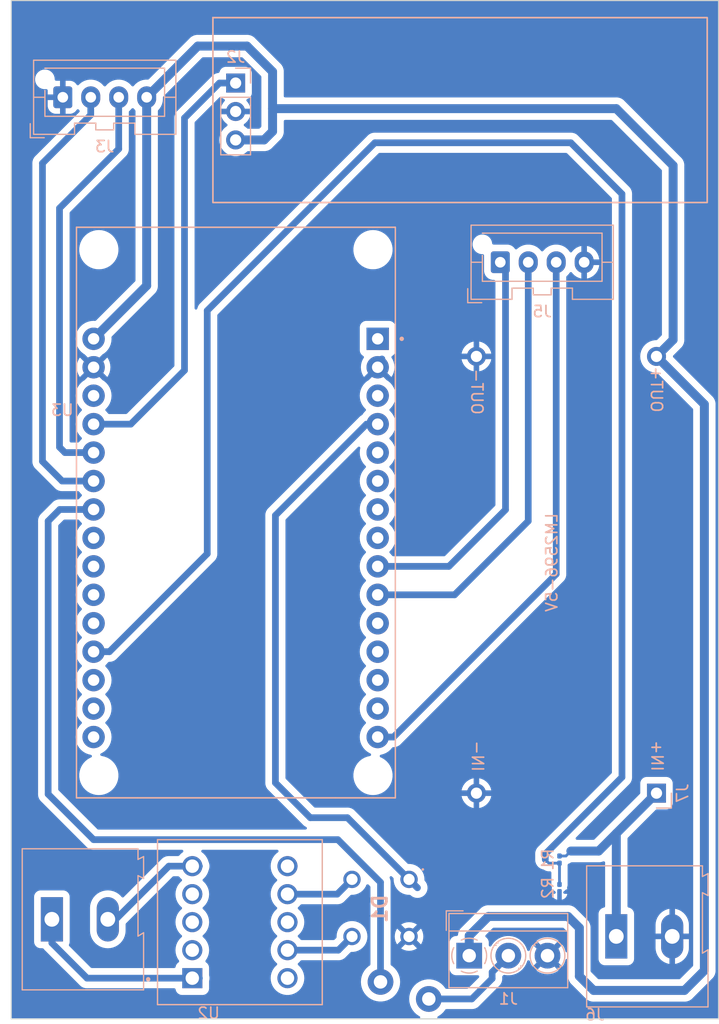
<source format=kicad_pcb>
(kicad_pcb (version 20221018) (generator pcbnew)
  (layers (0 "F.Cu" signal) (31 "B.Cu" signal) (34 "B.Paste" user) (35 "F.Paste" user) (36 "B.SilkS" user "B.Silkscreen") (37 "F.SilkS" user "F.Silkscreen") (38 "B.Mask" user) (39 "F.Mask" user) (44 "Edge.Cuts" user))
  (net 0 "")
  (net 1 "MCP9700 - DATA")
  (net 2 "GND")
  (net 3 "RELAY")
  (net 4 "SCL")
  (net 5 "SDA")
  (net 6 "Push button - UP")
  (net 7 "Push button- ENTER")
  (net 8 "Push button - DOWN")
  (net 9 "Net-(J4-Pin_1)")
  (net 13 "Net-(J4-Pin_2)")
  (net 15 "Net-(D1-Pad4)")
  (net 17 "Net-(D1-Pad3)")
  (net 21 "MAINS Monitoring")
  (net 27 "+5V")
  (net 34 "+BATT")
  (net 35 "Net-(U3-D34)")
  (footprint "" (layer "F.Cu") (at 140.208 145.542)
    (fp_text reference "" (at 0 0) (layer "F.SilkS") (effects (font (size 1.27 1.27))))
    (fp_text value "" (at 0 0) (layer "F.SilkS") (effects (font (size 1.27 1.27))))
    (pad "2" thru_hole circle (at 0 0) (size 2.3 2.3) (drill 1.2) (layers "*.Cu" "*.Mask") (net 1 "MCP9700 - DATA"))
  )
  (footprint "" (layer "F.Cu") (at 144.526 147.066)
    (fp_text reference "" (at 0 0) (layer "F.SilkS") (effects (font (size 1.27 1.27))))
    (fp_text value "" (at 0 0) (layer "F.SilkS") (effects (font (size 1.27 1.27))))
    (pad "2" thru_hole circle (at 0 0) (size 2.3 2.3) (drill 1.2) (layers "*.Cu" "*.Mask") (net 1 "MCP9700 - DATA"))
  )
  (footprint "LM2596:LM2596" (layer "B.Cu") (at 164.8841 128.6891 90)
    (fp_text reference "J7" (at 0 2.33 90) (layer "B.SilkS") (effects (justify mirror)))
    (fp_text value "LM2596-5V" (at 20.5994 -9.3658 90) (layer "B.SilkS") (effects (justify mirror)))
    (fp_text user "OUT-" (at 33.7058 -16.637 270 unlocked) (layer "B.SilkS") (effects (justify left bottom mirror)))
    (fp_text user "OUT+" (at 33.909 -0.5842 270 unlocked) (layer "B.SilkS") (effects (justify left bottom mirror)))
    (fp_text user "IN-" (at 1.8288 -16.5862 270 unlocked) (layer "B.SilkS") (effects (justify left bottom mirror)))
    (fp_text user "IN+" (at 1.8542 -0.5334 270 unlocked) (layer "B.SilkS") (effects (justify left bottom mirror)))
    (fp_line (start -1.33 0) (end -1.33 1.33) (stroke (width 0.12)) (layer "B.SilkS"))
    (fp_line (start -1.33 1.33) (end 0 1.33) (stroke (width 0.12)) (layer "B.SilkS"))
    (pad "1" thru_hole rect (at 0 0 90) (size 1.7 1.7) (drill 1) (layers "*.Cu" "*.Mask") (net 34 "+BATT"))
    (pad "2" thru_hole oval (at 0 -16.1 90) (size 1.7 1.7) (drill 1) (layers "*.Cu" "*.Mask") (net 2 "GND"))
    (pad "3" thru_hole oval (at 39 0 90) (size 1.7 1.7) (drill 1) (layers "*.Cu" "*.Mask") (net 27 "+5V"))
    (pad "4" thru_hole oval (at 39 -16.1 90) (size 1.7 1.7) (drill 1) (layers "*.Cu" "*.Mask") (net 2 "GND"))
  )
  (footprint "Connector_JST:JST_XA_B04B-XASK-1-A_1x04_P2.50mm_Vertical" (layer "B.Cu") (at 150.916 81.28)
    (fp_text reference "J5" (at 3.75 4.4) (layer "B.SilkS") (effects (justify mirror)))
    (fp_text value "BUTTONS")
    (fp_line (start -2.91 3.61) (end -2.91 2.36) (stroke (width 0.12)) (layer "B.SilkS"))
    (fp_line (start -2.61 -3.31) (end 10.11 -3.31) (stroke (width 0.12)) (layer "B.SilkS"))
    (fp_line (start -2.61 0) (end -1.6 0) (stroke (width 0.12)) (layer "B.SilkS"))
    (fp_line (start -2.61 3.31) (end -2.61 -3.31) (stroke (width 0.12)) (layer "B.SilkS"))
    (fp_line (start -1.66 3.61) (end -2.91 3.61) (stroke (width 0.12)) (layer "B.SilkS"))
    (fp_line (start -1.6 -0.6) (end -1.6 1.7) (stroke (width 0.12)) (layer "B.SilkS"))
    (fp_line (start -1.6 1.7) (end 9.1 1.7) (stroke (width 0.12)) (layer "B.SilkS"))
    (fp_line (start 1.05 2.31) (end 1.05 3.31) (stroke (width 0.12)) (layer "B.SilkS"))
    (fp_line (start 1.05 3.31) (end -2.61 3.31) (stroke (width 0.12)) (layer "B.SilkS"))
    (fp_line (start 2.95 2.31) (end 1.05 2.31) (stroke (width 0.12)) (layer "B.SilkS"))
    (fp_line (start 2.95 2.91) (end 2.95 2.31) (stroke (width 0.12)) (layer "B.SilkS"))
    (fp_line (start 4.55 2.31) (end 4.55 2.91) (stroke (width 0.12)) (layer "B.SilkS"))
    (fp_line (start 4.55 2.91) (end 2.95 2.91) (stroke (width 0.12)) (layer "B.SilkS"))
    (fp_line (start 6.45 2.31) (end 4.55 2.31) (stroke (width 0.12)) (layer "B.SilkS"))
    (fp_line (start 6.45 3.31) (end 6.45 2.31) (stroke (width 0.12)) (layer "B.SilkS"))
    (fp_line (start 9.1 -2.6) (end -1.6 -2.6) (stroke (width 0.12)) (layer "B.SilkS"))
    (fp_line (start 9.1 1.7) (end 9.1 -2.6) (stroke (width 0.12)) (layer "B.SilkS"))
    (fp_line (start 10.11 -3.31) (end 10.11 3.31) (stroke (width 0.12)) (layer "B.SilkS"))
    (fp_line (start 10.11 0) (end 9.1 0) (stroke (width 0.12)) (layer "B.SilkS"))
    (fp_line (start 10.11 3.31) (end 6.45 3.31) (stroke (width 0.12)) (layer "B.SilkS"))
    (pad "" np_thru_hole circle (at -1.6 -1.6) (size 1.25 1.25) (drill 1.25) (layers "*.Cu" "*.Mask"))
    (pad "1" thru_hole roundrect (at 0 0) (size 1.7 1.95) (drill 0.95) (layers "*.Cu" "*.Mask") (roundrect_rratio 0.147059) (net 8 "Push button - DOWN"))
    (pad "2" thru_hole oval (at 2.5 0) (size 1.7 1.95) (drill 0.95) (layers "*.Cu" "*.Mask") (net 7 "Push button- ENTER"))
    (pad "3" thru_hole oval (at 5 0) (size 1.7 1.95) (drill 0.95) (layers "*.Cu" "*.Mask") (net 6 "Push button - UP"))
    (pad "4" thru_hole oval (at 7.5 0) (size 1.7 1.95) (drill 0.95) (layers "*.Cu" "*.Mask") (net 2 "GND"))
  )
  (footprint "TerminalBlock:TerminalBlock_Altech_AK300-2_P5.00mm" (layer "B.Cu") (at 161.29 141.478)
    (fp_text reference "J6" (at -1.92 6.99) (layer "B.SilkS") (effects (justify mirror)))
    (fp_text value "battery(+60V)")
    (fp_line (start -2.65 -6.3) (end 7.7 -6.3) (stroke (width 0.12)) (layer "B.SilkS"))
    (fp_line (start -2.65 6.3) (end -2.65 -6.3) (stroke (width 0.12)) (layer "B.SilkS"))
    (fp_line (start 7.7 -6.3) (end 7.7 -5.35) (stroke (width 0.12)) (layer "B.SilkS"))
    (fp_line (start 7.7 -5.35) (end 8.2 -5.6) (stroke (width 0.12)) (layer "B.SilkS"))
    (fp_line (start 7.7 -3.9) (end 7.7 1.5) (stroke (width 0.12)) (layer "B.SilkS"))
    (fp_line (start 7.7 1.5) (end 8.2 1.2) (stroke (width 0.12)) (layer "B.SilkS"))
    (fp_line (start 8.2 -5.6) (end 8.2 -3.7) (stroke (width 0.12)) (layer "B.SilkS"))
    (fp_line (start 8.2 -3.7) (end 8.2 -3.65) (stroke (width 0.12)) (layer "B.SilkS"))
    (fp_line (start 8.2 -3.65) (end 7.7 -3.9) (stroke (width 0.12)) (layer "B.SilkS"))
    (fp_line (start 8.2 1.2) (end 8.2 6.3) (stroke (width 0.12)) (layer "B.SilkS"))
    (fp_line (start 8.2 6.3) (end -2.65 6.3) (stroke (width 0.12)) (layer "B.SilkS"))
    (pad "1" thru_hole rect (at 0 0) (size 1.98 3.96) (drill 1.32) (layers "*.Cu" "*.Mask") (net 34 "+BATT"))
    (pad "2" thru_hole oval (at 5 0) (size 1.98 3.96) (drill 1.32) (layers "*.Cu" "*.Mask") (net 2 "GND"))
  )
  (footprint "EE13_6_6 (2):BOBBIN_EE13_6_6" (layer "B.Cu") (at 127.634 140.208)
    (fp_text reference "U2" (at -2.794 8.128) (layer "B.SilkS") (effects (justify mirror)))
    (fp_text value "EE13_6_6")
    (fp_line (start -7.365 -7.365) (end -7.365 7.365) (stroke (width 0.127)) (layer "B.SilkS"))
    (fp_line (start -7.365 7.365) (end 7.365 7.365) (stroke (width 0.127)) (layer "B.SilkS"))
    (fp_line (start 7.365 -7.365) (end -7.365 -7.365) (stroke (width 0.127)) (layer "B.SilkS"))
    (fp_line (start 7.365 7.365) (end 7.365 -7.365) (stroke (width 0.127)) (layer "B.SilkS"))
    (fp_circle (center -8.2 5.1) (end -8.1 5.1) (stroke (width 0.2)) (fill none) (layer "B.SilkS"))
    (pad "1" thru_hole rect (at -4.255 5) (size 1.8 1.8) (drill 1.2) (layers "*.Cu" "*.Mask") (net 9 "Net-(J4-Pin_1)"))
    (pad "2" thru_hole circle (at -4.255 2.5) (size 1.8 1.8) (drill 1.2) (layers "*.Cu" "*.Mask"))
    (pad "3" thru_hole circle (at -4.255 0) (size 1.8 1.8) (drill 1.2) (layers "*.Cu" "*.Mask"))
    (pad "4" thru_hole circle (at -4.255 -2.5) (size 1.8 1.8) (drill 1.2) (layers "*.Cu" "*.Mask"))
    (pad "5" thru_hole circle (at -4.255 -5) (size 1.8 1.8) (drill 1.2) (layers "*.Cu" "*.Mask") (net 13 "Net-(J4-Pin_2)"))
    (pad "6" thru_hole circle (at 4.255 -5) (size 1.8 1.8) (drill 1.2) (layers "*.Cu" "*.Mask"))
    (pad "7" thru_hole circle (at 4.255 -2.5) (size 1.8 1.8) (drill 1.2) (layers "*.Cu" "*.Mask") (net 15 "Net-(D1-Pad4)"))
    (pad "8" thru_hole circle (at 4.255 0) (size 1.8 1.8) (drill 1.2) (layers "*.Cu" "*.Mask"))
    (pad "9" thru_hole circle (at 4.255 2.5) (size 1.8 1.8) (drill 1.2) (layers "*.Cu" "*.Mask") (net 17 "Net-(D1-Pad3)"))
    (pad "10" thru_hole circle (at 4.255 5) (size 1.8 1.8) (drill 1.2) (layers "*.Cu" "*.Mask"))
  )
  (footprint "Connector_JST:JST_XA_B04B-XASK-1-A_1x04_P2.50mm_Vertical" (layer "B.Cu") (at 111.8 66.548)
    (fp_text reference "J3" (at 3.75 4.4) (layer "B.SilkS") (effects (justify mirror)))
    (fp_text value "LCD")
    (fp_line (start -2.91 3.61) (end -2.91 2.36) (stroke (width 0.12)) (layer "B.SilkS"))
    (fp_line (start -2.61 -3.31) (end 10.11 -3.31) (stroke (width 0.12)) (layer "B.SilkS"))
    (fp_line (start -2.61 0) (end -1.6 0) (stroke (width 0.12)) (layer "B.SilkS"))
    (fp_line (start -2.61 3.31) (end -2.61 -3.31) (stroke (width 0.12)) (layer "B.SilkS"))
    (fp_line (start -1.66 3.61) (end -2.91 3.61) (stroke (width 0.12)) (layer "B.SilkS"))
    (fp_line (start -1.6 -0.6) (end -1.6 1.7) (stroke (width 0.12)) (layer "B.SilkS"))
    (fp_line (start -1.6 1.7) (end 9.1 1.7) (stroke (width 0.12)) (layer "B.SilkS"))
    (fp_line (start 1.05 2.31) (end 1.05 3.31) (stroke (width 0.12)) (layer "B.SilkS"))
    (fp_line (start 1.05 3.31) (end -2.61 3.31) (stroke (width 0.12)) (layer "B.SilkS"))
    (fp_line (start 2.95 2.31) (end 1.05 2.31) (stroke (width 0.12)) (layer "B.SilkS"))
    (fp_line (start 2.95 2.91) (end 2.95 2.31) (stroke (width 0.12)) (layer "B.SilkS"))
    (fp_line (start 4.55 2.31) (end 4.55 2.91) (stroke (width 0.12)) (layer "B.SilkS"))
    (fp_line (start 4.55 2.91) (end 2.95 2.91) (stroke (width 0.12)) (layer "B.SilkS"))
    (fp_line (start 6.45 2.31) (end 4.55 2.31) (stroke (width 0.12)) (layer "B.SilkS"))
    (fp_line (start 6.45 3.31) (end 6.45 2.31) (stroke (width 0.12)) (layer "B.SilkS"))
    (fp_line (start 9.1 -2.6) (end -1.6 -2.6) (stroke (width 0.12)) (layer "B.SilkS"))
    (fp_line (start 9.1 1.7) (end 9.1 -2.6) (stroke (width 0.12)) (layer "B.SilkS"))
    (fp_line (start 10.11 -3.31) (end 10.11 3.31) (stroke (width 0.12)) (layer "B.SilkS"))
    (fp_line (start 10.11 0) (end 9.1 0) (stroke (width 0.12)) (layer "B.SilkS"))
    (fp_line (start 10.11 3.31) (end 6.45 3.31) (stroke (width 0.12)) (layer "B.SilkS"))
    (pad "" np_thru_hole circle (at -1.6 -1.6) (size 1.25 1.25) (drill 1.25) (layers "*.Cu" "*.Mask"))
    (pad "1" thru_hole roundrect (at 0 0) (size 1.7 1.95) (drill 0.95) (layers "*.Cu" "*.Mask") (roundrect_rratio 0.147059) (net 2 "GND"))
    (pad "2" thru_hole oval (at 2.5 0) (size 1.7 1.95) (drill 0.95) (layers "*.Cu" "*.Mask") (net 4 "SCL"))
    (pad "3" thru_hole oval (at 5 0) (size 1.7 1.95) (drill 0.95) (layers "*.Cu" "*.Mask") (net 5 "SDA"))
    (pad "4" thru_hole oval (at 7.5 0) (size 1.7 1.95) (drill 0.95) (layers "*.Cu" "*.Mask") (net 27 "+5V"))
  )
  (footprint "Resistor_SMD:R_0201_0603Metric" (layer "B.Cu") (at 156.21 134.62 -90)
    (fp_text reference "R1" (at 0 1.05 90) (layer "B.SilkS") (effects (justify mirror)))
    (fp_text value "57")
    (pad "1" smd roundrect (at -0.32 0 270) (size 0.46 0.4) (layers "B.Cu" "B.Mask") (net 34 "+BATT"))
    (pad "2" smd roundrect (at 0.32 0 270) (size 0.46 0.4) (layers "B.Cu" "B.Mask") (net 35 "Net-(U3-D34)"))
  )
  (footprint "TerminalBlock:TerminalBlock_Altech_AK300-2_P5.00mm" (layer "B.Cu") (at 110.824 139.954)
    (fp_text reference "J4" hide)
    (fp_text value "AC SUPPLY ")
    (fp_line (start -2.65 -6.3) (end 7.7 -6.3) (stroke (width 0.12)) (layer "B.SilkS"))
    (fp_line (start -2.65 6.3) (end -2.65 -6.3) (stroke (width 0.12)) (layer "B.SilkS"))
    (fp_line (start 7.7 -6.3) (end 7.7 -5.35) (stroke (width 0.12)) (layer "B.SilkS"))
    (fp_line (start 7.7 -5.35) (end 8.2 -5.6) (stroke (width 0.12)) (layer "B.SilkS"))
    (fp_line (start 7.7 -3.9) (end 7.7 1.5) (stroke (width 0.12)) (layer "B.SilkS"))
    (fp_line (start 7.7 1.5) (end 8.2 1.2) (stroke (width 0.12)) (layer "B.SilkS"))
    (fp_line (start 8.2 -5.6) (end 8.2 -3.7) (stroke (width 0.12)) (layer "B.SilkS"))
    (fp_line (start 8.2 -3.7) (end 8.2 -3.65) (stroke (width 0.12)) (layer "B.SilkS"))
    (fp_line (start 8.2 -3.65) (end 7.7 -3.9) (stroke (width 0.12)) (layer "B.SilkS"))
    (fp_line (start 8.2 1.2) (end 8.2 6.3) (stroke (width 0.12)) (layer "B.SilkS"))
    (fp_line (start 8.2 6.3) (end -2.65 6.3) (stroke (width 0.12)) (layer "B.SilkS"))
    (pad "1" thru_hole rect (at 0 0) (size 1.98 3.96) (drill 1.32) (layers "*.Cu" "*.Mask") (net 9 "Net-(J4-Pin_1)"))
    (pad "2" thru_hole oval (at 5 0) (size 1.98 3.96) (drill 1.32) (layers "*.Cu" "*.Mask") (net 13 "Net-(J4-Pin_2)"))
  )
  (footprint "D_Bridge:WOM" (layer "B.Cu") (at 140.208 138.938 -90)
    (fp_text reference "D1" (at 0.071 0.05359 90) (layer "B.SilkS") (effects (font (size 1.27 1.27) (thickness 0.254)) (justify mirror)))
    (fp_text value "D_Bridge_+-AA" hide)
    (fp_circle (center -3.437 -3.786) (end -3.437 -3.802) (stroke (width 0.1)) (fill none) (layer "B.SilkS"))
    (pad "1" thru_hole circle (at -2.55 -2.55 270) (size 1.55 1.55) (drill 1) (layers "*.Cu" "*.Mask") (net 21 "MAINS Monitoring"))
    (pad "2" thru_hole circle (at 2.55 -2.55 270) (size 1.55 1.55) (drill 1) (layers "*.Cu" "*.Mask") (net 2 "GND"))
    (pad "3" thru_hole circle (at 2.55 2.55 270) (size 1.55 1.55) (drill 1) (layers "*.Cu" "*.Mask") (net 17 "Net-(D1-Pad3)"))
    (pad "4" thru_hole circle (at -2.55 2.55 270) (size 1.55 1.55) (drill 1) (layers "*.Cu" "*.Mask") (net 15 "Net-(D1-Pad4)"))
  )
  (footprint "TerminalBlock_MetzConnect:TerminalBlock_MetzConnect_Type059_RT06303HBWC_1x03_P3.50mm_Horizontal" (layer "B.Cu") (at 148.138 143.198)
    (fp_text reference "J1" (at 3.5 3.86) (layer "B.SilkS") (effects (justify mirror)))
    (fp_text value "MCP9700")
    (fp_line (start -2.05 -4) (end -0.55 -4) (stroke (width 0.12)) (layer "B.SilkS"))
    (fp_line (start -2.05 -2.26) (end -2.05 -4) (stroke (width 0.12)) (layer "B.SilkS"))
    (fp_line (start -1.81 -3.76) (end 8.81 -3.76) (stroke (width 0.12)) (layer "B.SilkS"))
    (fp_line (start -1.81 -2.2) (end 8.81 -2.2) (stroke (width 0.12)) (layer "B.SilkS"))
    (fp_line (start -1.81 2.86) (end -1.81 -3.76) (stroke (width 0.12)) (layer "B.SilkS"))
    (fp_line (start -1.81 2.86) (end 8.81 2.86) (stroke (width 0.12)) (layer "B.SilkS"))
    (fp_line (start 2.397 -0.914) (end 2.321 -0.99) (stroke (width 0.12)) (layer "B.SilkS"))
    (fp_line (start 2.565 -1.125) (end 2.511 -1.18) (stroke (width 0.12)) (layer "B.SilkS"))
    (fp_line (start 4.49 1.18) (end 4.436 1.126) (stroke (width 0.12)) (layer "B.SilkS"))
    (fp_line (start 4.68 0.99) (end 4.604 0.914) (stroke (width 0.12)) (layer "B.SilkS"))
    (fp_line (start 5.897 -0.914) (end 5.821 -0.99) (stroke (width 0.12)) (layer "B.SilkS"))
    (fp_line (start 6.065 -1.125) (end 6.011 -1.18) (stroke (width 0.12)) (layer "B.SilkS"))
    (fp_line (start 7.99 1.18) (end 7.936 1.126) (stroke (width 0.12)) (layer "B.SilkS"))
    (fp_line (start 8.18 0.99) (end 8.104 0.914) (stroke (width 0.12)) (layer "B.SilkS"))
    (fp_line (start 8.81 2.86) (end 8.81 -3.76) (stroke (width 0.12)) (layer "B.SilkS"))
    (fp_arc (start -1.386 0.707) (mid -1.555906 0.000711) (end -1.386645 -0.705733) (stroke (width 0.12)) (layer "B.SilkS"))
    (fp_arc (start -0.707 -1.386) (mid -0.350695 -1.515869) (end 0.026444 -1.555682) (stroke (width 0.12)) (layer "B.SilkS"))
    (fp_arc (start 0 -1.555) (mid 0.363007 -1.512035) (end 0.705955 -1.385515) (stroke (width 0.12)) (layer "B.SilkS"))
    (fp_arc (start 0.707 1.386) (mid 0.000711 1.555906) (end -0.705733 1.386645) (stroke (width 0.12)) (layer "B.SilkS"))
    (fp_arc (start 1.386 -0.707) (mid 1.555906 -0.000711) (end 1.386645 0.705733) (stroke (width 0.12)) (layer "B.SilkS"))
    (fp_circle (center 3.5 0) (end 5.055 0) (stroke (width 0.12)) (fill none) (layer "B.SilkS"))
    (fp_circle (center 7 0) (end 8.555 0) (stroke (width 0.12)) (fill none) (layer "B.SilkS"))
    (pad "1" thru_hole rect (at 0 0) (size 2.3 2.3) (drill 1.2) (layers "*.Cu" "*.Mask") (net 27 "+5V"))
    (pad "2" thru_hole circle (at 3.5 0) (size 2.3 2.3) (drill 1.2) (layers "*.Cu" "*.Mask") (net 1 "MCP9700 - DATA"))
    (pad "3" thru_hole circle (at 7 0) (size 2.3 2.3) (drill 1.2) (layers "*.Cu" "*.Mask") (net 2 "GND"))
  )
  (footprint "Connector_PinHeader_2.54mm:PinHeader_1x03_P2.54mm_Vertical" (layer "B.Cu") (at 127.254 65.278 180)
    (fp_text reference "J2" (at 0 2.33) (layer "B.SilkS") (effects (justify mirror)))
    (fp_text value "RELAY_CONNECTOR")
    (fp_line (start -1.33 -6.41) (end 1.33 -6.41) (stroke (width 0.12)) (layer "B.SilkS"))
    (fp_line (start -1.33 -1.27) (end -1.33 -6.41) (stroke (width 0.12)) (layer "B.SilkS"))
    (fp_line (start -1.33 -1.27) (end 1.33 -1.27) (stroke (width 0.12)) (layer "B.SilkS"))
    (fp_line (start -1.33 0) (end -1.33 1.33) (stroke (width 0.12)) (layer "B.SilkS"))
    (fp_line (start -1.33 1.33) (end 0 1.33) (stroke (width 0.12)) (layer "B.SilkS"))
    (fp_line (start 1.33 -1.27) (end 1.33 -6.41) (stroke (width 0.12)) (layer "B.SilkS"))
    (pad "1" thru_hole rect (at 0 0 180) (size 1.7 1.7) (drill 1) (layers "*.Cu" "*.Mask") (net 3 "RELAY"))
    (pad "2" thru_hole oval (at 0 -2.54 180) (size 1.7 1.7) (drill 1) (layers "*.Cu" "*.Mask") (net 2 "GND"))
    (pad "3" thru_hole oval (at 0 -5.08 180) (size 1.7 1.7) (drill 1) (layers "*.Cu" "*.Mask") (net 27 "+5V"))
  )
  (footprint "Resistor_SMD:R_0201_0603Metric" (layer "B.Cu") (at 156.21 137.16 -90)
    (fp_text reference "R2" (at 0 1.05 90) (layer "B.SilkS") (effects (justify mirror)))
    (fp_text value "3.3")
    (pad "1" smd roundrect (at -0.32 0 270) (size 0.46 0.4) (layers "B.Cu" "B.Mask") (net 35 "Net-(U3-D34)"))
    (pad "2" smd roundrect (at 0.32 0 270) (size 0.46 0.4) (layers "B.Cu" "B.Mask") (net 2 "GND"))
  )
  (footprint "ESP32-DEVKIT-V1:MODULE_ESP32_DEVKIT_V1" (layer "B.Cu") (at 127.254 103.632 180)
    (fp_text reference "U3" (at 15.494 9.144) (layer "B.SilkS") (effects (justify mirror)))
    (fp_text value "ESP32-DEVKIT-V1" hide)
    (fp_line (start -14.28 -25.475) (end -14.28 25.475) (stroke (width 0.127)) (layer "B.SilkS"))
    (fp_line (start -14.28 -25.475) (end -14.28 25.475) (stroke (width 0.127)) (layer "B.SilkS"))
    (fp_line (start -14.28 -25.475) (end -8.91 -25.475) (stroke (width 0.127)) (layer "B.SilkS"))
    (fp_line (start -14.28 25.475) (end -3.211 25.475) (stroke (width 0.127)) (layer "B.SilkS"))
    (fp_line (start -14.28 25.475) (end 14.23 25.475) (stroke (width 0.127)) (layer "B.SilkS"))
    (fp_line (start -8.91 -25.475) (end 8.78 -25.475) (stroke (width 0.127)) (layer "B.SilkS"))
    (fp_line (start -3.211 25.475) (end 3.5 25.475) (stroke (width 0.127)) (layer "B.SilkS"))
    (fp_line (start 3.5 25.475) (end 14.23 25.475) (stroke (width 0.127)) (layer "B.SilkS"))
    (fp_line (start 8.78 -25.475) (end 14.23 -25.475) (stroke (width 0.127)) (layer "B.SilkS"))
    (fp_line (start 14.23 -25.475) (end -14.28 -25.475) (stroke (width 0.127)) (layer "B.SilkS"))
    (fp_line (start 14.23 25.475) (end 14.23 -25.475) (stroke (width 0.127)) (layer "B.SilkS"))
    (fp_line (start 14.23 25.475) (end 14.23 -25.475) (stroke (width 0.127)) (layer "B.SilkS"))
    (fp_circle (center -14.85 15.515) (end -14.75 15.515) (stroke (width 0.2)) (fill none) (layer "B.SilkS"))
    (pad "" np_thru_hole circle (at -12.28 -23.475 180) (size 3 3) (drill 3) (layers "*.Cu" "*.Mask"))
    (pad "" np_thru_hole circle (at -12.28 23.475 180) (size 3 3) (drill 3) (layers "*.Cu" "*.Mask"))
    (pad "" np_thru_hole circle (at 12.23 -23.475 180) (size 3 3) (drill 3) (layers "*.Cu" "*.Mask"))
    (pad "" np_thru_hole circle (at 12.23 23.475 180) (size 3 3) (drill 3) (layers "*.Cu" "*.Mask"))
    (pad "1" thru_hole rect (at -12.7 15.515 180) (size 2 2) (drill 1.02) (layers "*.Cu" "*.Mask"))
    (pad "2" thru_hole circle (at -12.7 12.975 180) (size 2 2) (drill 1.02) (layers "*.Cu" "*.Mask") (net 2 "GND"))
    (pad "3" thru_hole circle (at -12.7 10.435 180) (size 2 2) (drill 1.02) (layers "*.Cu" "*.Mask"))
    (pad "4" thru_hole circle (at -12.7 7.895 180) (size 2 2) (drill 1.02) (layers "*.Cu" "*.Mask") (net 21 "MAINS Monitoring"))
    (pad "5" thru_hole circle (at -12.7 5.355 180) (size 2 2) (drill 1.02) (layers "*.Cu" "*.Mask"))
    (pad "6" thru_hole circle (at -12.7 2.815 180) (size 2 2) (drill 1.02) (layers "*.Cu" "*.Mask"))
    (pad "7" thru_hole circle (at -12.7 0.275 180) (size 2 2) (drill 1.02) (layers "*.Cu" "*.Mask"))
    (pad "8" thru_hole circle (at -12.7 -2.265 180) (size 2 2) (drill 1.02) (layers "*.Cu" "*.Mask"))
    (pad "9" thru_hole circle (at -12.7 -4.805 180) (size 2 2) (drill 1.02) (layers "*.Cu" "*.Mask") (net 8 "Push button - DOWN"))
    (pad "10" thru_hole circle (at -12.7 -7.345 180) (size 2 2) (drill 1.02) (layers "*.Cu" "*.Mask") (net 7 "Push button- ENTER"))
    (pad "11" thru_hole circle (at -12.7 -9.885 180) (size 2 2) (drill 1.02) (layers "*.Cu" "*.Mask"))
    (pad "12" thru_hole circle (at -12.7 -12.425 180) (size 2 2) (drill 1.02) (layers "*.Cu" "*.Mask"))
    (pad "13" thru_hole circle (at -12.7 -14.965 180) (size 2 2) (drill 1.02) (layers "*.Cu" "*.Mask"))
    (pad "14" thru_hole circle (at -12.7 -17.505 180) (size 2 2) (drill 1.02) (layers "*.Cu" "*.Mask"))
    (pad "15" thru_hole circle (at -12.7 -20.045 180) (size 2 2) (drill 1.02) (layers "*.Cu" "*.Mask") (net 6 "Push button - UP"))
    (pad "16" thru_hole circle (at 12.7 -20.045 180) (size 2 2) (drill 1.02) (layers "*.Cu" "*.Mask"))
    (pad "17" thru_hole circle (at 12.7 -17.505 180) (size 2 2) (drill 1.02) (layers "*.Cu" "*.Mask"))
    (pad "18" thru_hole circle (at 12.7 -14.965 180) (size 2 2) (drill 1.02) (layers "*.Cu" "*.Mask"))
    (pad "19" thru_hole circle (at 12.7 -12.425 180) (size 2 2) (drill 1.02) (layers "*.Cu" "*.Mask") (net 35 "Net-(U3-D34)"))
    (pad "20" thru_hole circle (at 12.7 -9.885 180) (size 2 2) (drill 1.02) (layers "*.Cu" "*.Mask"))
    (pad "21" thru_hole circle (at 12.7 -7.345 180) (size 2 2) (drill 1.02) (layers "*.Cu" "*.Mask"))
    (pad "22" thru_hole circle (at 12.7 -4.805 180) (size 2 2) (drill 1.02) (layers "*.Cu" "*.Mask"))
    (pad "23" thru_hole circle (at 12.7 -2.265 180) (size 2 2) (drill 1.02) (layers "*.Cu" "*.Mask"))
    (pad "24" thru_hole circle (at 12.7 0.275 180) (size 2 2) (drill 1.02) (layers "*.Cu" "*.Mask") (net 1 "MCP9700 - DATA"))
    (pad "25" thru_hole circle (at 12.7 2.815 180) (size 2 2) (drill 1.02) (layers "*.Cu" "*.Mask") (net 4 "SCL"))
    (pad "26" thru_hole circle (at 12.7 5.355 180) (size 2 2) (drill 1.02) (layers "*.Cu" "*.Mask") (net 5 "SDA"))
    (pad "27" thru_hole circle (at 12.7 7.895 180) (size 2 2) (drill 1.02) (layers "*.Cu" "*.Mask") (net 3 "RELAY"))
    (pad "28" thru_hole circle (at 12.7 10.435 180) (size 2 2) (drill 1.02) (layers "*.Cu" "*.Mask"))
    (pad "29" thru_hole circle (at 12.7 12.975 180) (size 2 2) (drill 1.02) (layers "*.Cu" "*.Mask") (net 2 "GND"))
    (pad "30" thru_hole circle (at 12.7 15.515 180) (size 2 2) (drill 1.02) (layers "*.Cu" "*.Mask") (net 27 "+5V"))
  )
  (gr_rect (start 169.418 59.436) (end 125.222 75.946) (stroke (width 0.15)) (fill none) (layer "B.SilkS"))
  (gr_rect (start 107.188 57.912) (end 170.434 148.844) (stroke (width 0.1)) (fill none) (layer "Edge.Cuts"))
  (segment (start 110.49 104.394) (end 111.527 103.357) (width 0.6) (layer "B.Cu") (net 1))
  (segment (start 136.398 132.842) (end 114.554 132.842) (width 0.6) (layer "B.Cu") (net 1))
  (segment (start 140.208 136.652) (end 136.398 132.842) (width 0.6) (layer "B.Cu") (net 1))
  (segment (start 151.384 143.472) (end 150.188 144.668) (width 0.6) (layer "B.Cu") (net 1))
  (segment (start 148.37 147.066) (end 144.526 147.066) (width 0.6) (layer "B.Cu") (net 1))
  (segment (start 111.527 103.357) (end 114.554 103.357) (width 0.6) (layer "B.Cu") (net 1))
  (segment (start 140.208 146.05) (end 140.208 136.652) (width 0.6) (layer "B.Cu") (net 1))
  (segment (start 150.188 144.668) (end 150.188 145.248) (width 0.6) (layer "B.Cu") (net 1))
  (segment (start 114.554 132.842) (end 110.49 128.778) (width 0.6) (layer "B.Cu") (net 1))
  (segment (start 150.188 145.248) (end 148.37 147.066) (width 0.6) (layer "B.Cu") (net 1))
  (segment (start 110.49 128.778) (end 110.49 104.394) (width 0.6) (layer "B.Cu") (net 1))
  (segment (start 139.954 90.296) (end 139.954 90.403) (width 0.6) (layer "B.Cu") (net 2))
  (segment (start 158.496 81.534) (end 158.496 81.671701) (width 0.25) (layer "B.Cu") (net 2))
  (segment (start 140.334 89.916) (end 139.954 90.296) (width 0.6) (layer "B.Cu") (net 2))
  (segment (start 166.624 141.144) (end 166.29 141.478) (width 0.8) (layer "B.Cu") (net 2))
  (segment (start 122.682 68.4) (end 122.682 90.932) (width 0.6) (layer "B.Cu") (net 3))
  (segment (start 122.682 90.932) (end 117.877 95.737) (width 0.6) (layer "B.Cu") (net 3))
  (segment (start 117.877 95.737) (end 114.554 95.737) (width 0.6) (layer "B.Cu") (net 3))
  (segment (start 127.254 65.278) (end 125.804 65.278) (width 0.6) (layer "B.Cu") (net 3))
  (segment (start 125.804 65.278) (end 122.682 68.4) (width 0.6) (layer "B.Cu") (net 3))
  (segment (start 111.739 100.817) (end 114.554 100.817) (width 0.6) (layer "B.Cu") (net 4))
  (segment (start 114.3 66.548) (end 114.3 68.123) (width 0.6) (layer "B.Cu") (net 4))
  (segment (start 109.982 99.06) (end 111.739 100.817) (width 0.6) (layer "B.Cu") (net 4))
  (segment (start 109.982 72.441) (end 109.982 99.06) (width 0.6) (layer "B.Cu") (net 4))
  (segment (start 114.3 68.123) (end 109.982 72.441) (width 0.6) (layer "B.Cu") (net 4))
  (segment (start 111.506 76.454) (end 111.506 97.79) (width 0.6) (layer "B.Cu") (net 5))
  (segment (start 111.506 97.79) (end 111.993 98.277) (width 0.6) (layer "B.Cu") (net 5))
  (segment (start 116.8 66.548) (end 116.8 71.16) (width 0.6) (layer "B.Cu") (net 5))
  (segment (start 111.993 98.277) (end 114.554 98.277) (width 0.6) (layer "B.Cu") (net 5))
  (segment (start 116.8 71.16) (end 111.506 76.454) (width 0.6) (layer "B.Cu") (net 5))
  (segment (start 155.916 81.28) (end 155.916 109.129213) (width 0.6) (layer "B.Cu") (net 6))
  (segment (start 155.916 109.129213) (end 141.368213 123.677) (width 0.6) (layer "B.Cu") (net 6))
  (segment (start 141.368213 123.677) (end 139.954 123.677) (width 0.6) (layer "B.Cu") (net 6))
  (segment (start 153.416 104.394) (end 146.833 110.977) (width 0.6) (layer "B.Cu") (net 7))
  (segment (start 153.416 81.28) (end 153.416 104.394) (width 0.6) (layer "B.Cu") (net 7))
  (segment (start 146.833 110.977) (end 139.954 110.977) (width 0.6) (layer "B.Cu") (net 7))
  (segment (start 146.325 108.437) (end 139.954 108.437) (width 0.6) (layer "B.Cu") (net 8))
  (segment (start 151.384 81.748) (end 151.384 103.378) (width 0.6) (layer "B.Cu") (net 8))
  (segment (start 150.916 81.28) (end 151.384 81.748) (width 0.6) (layer "B.Cu") (net 8))
  (segment (start 151.384 103.378) (end 146.325 108.437) (width 0.6) (layer "B.Cu") (net 8))
  (segment (start 110.824 139.954) (end 110.824 142.066) (width 0.6) (layer "B.Cu") (net 9))
  (segment (start 113.966 145.208) (end 124.015 145.208) (width 0.6) (layer "B.Cu") (net 9))
  (segment (start 110.824 142.066) (end 113.966 145.208) (width 0.6) (layer "B.Cu") (net 9))
  (segment (start 115.824 139.954) (end 116.535 139.954) (width 0.6) (layer "B.Cu") (net 13))
  (segment (start 121.281 135.208) (end 124.015 135.208) (width 0.6) (layer "B.Cu") (net 13))
  (segment (start 116.535 139.954) (end 121.281 135.208) (width 0.6) (layer "B.Cu") (net 13))
  (segment (start 132.525 137.708) (end 136.338 137.708) (width 0.6) (layer "B.Cu") (net 15))
  (segment (start 137.658 136.388) (end 137.902 136.632) (width 0.6) (layer "B.Cu") (net 15))
  (segment (start 136.338 137.708) (end 137.658 136.388) (width 0.6) (layer "B.Cu") (net 15))
  (segment (start 132.525 142.708) (end 136.438 142.708) (width 0.6) (layer "B.Cu") (net 17))
  (segment (start 137.658 141.488) (end 137.902 141.732) (width 0.6) (layer "B.Cu") (net 17))
  (segment (start 136.438 142.708) (end 137.658 141.488) (width 0.6) (layer "B.Cu") (net 17))
  (segment (start 130.81 103.886) (end 138.959 95.737) (width 0.6) (layer "B.Cu") (net 21))
  (segment (start 130.81 127.762) (end 130.81 103.886) (width 0.6) (layer "B.Cu") (net 21))
  (segment (start 138.959 95.737) (end 139.954 95.737) (width 0.6) (layer "B.Cu") (net 21))
  (segment (start 133.928 130.88) (end 130.81 127.762) (width 0.6) (layer "B.Cu") (net 21))
  (segment (start 137.25 130.88) (end 133.928 130.88) (width 0.6) (layer "B.Cu") (net 21))
  (segment (start 143.51 137.14) (end 137.25 130.88) (width 0.6) (layer "B.Cu") (net 21))
  (segment (start 169.164 144.526) (end 167.386 146.304) (width 0.8) (layer "B.Cu") (net 27))
  (segment (start 157.988 145.034) (end 157.988 140.716) (width 0.8) (layer "B.Cu") (net 27))
  (segment (start 166.37 88.2032) (end 166.37 72.644) (width 0.8) (layer "B.Cu") (net 27))
  (segment (start 129.794 70.358) (end 127.254 70.358) (width 0.8) (layer "B.Cu") (net 27))
  (segment (start 114.554 88.117) (end 119.3 83.371) (width 0.8) (layer "B.Cu") (net 27))
  (segment (start 130.556 64.262) (end 130.556 69.596) (width 0.8) (layer "B.Cu") (net 27))
  (segment (start 166.37 72.644) (end 161.29 67.564) (width 0.8) (layer "B.Cu") (net 27))
  (segment (start 148.138 141.422) (end 148.138 143.198) (width 0.8) (layer "B.Cu") (net 27))
  (segment (start 169.164 93.969) (end 169.164 144.526) (width 0.8) (layer "B.Cu") (net 27))
  (segment (start 123.872 61.976) (end 128.27 61.976) (width 0.8) (layer "B.Cu") (net 27))
  (segment (start 130.556 69.596) (end 129.794 70.358) (width 0.8) (layer "B.Cu") (net 27))
  (segment (start 164.8841 89.6891) (end 169.164 93.969) (width 0.8) (layer "B.Cu") (net 27))
  (segment (start 128.27 61.976) (end 130.556 64.262) (width 0.8) (layer "B.Cu") (net 27))
  (segment (start 157.988 140.716) (end 156.972 139.7) (width 0.8) (layer "B.Cu") (net 27))
  (segment (start 149.86 139.7) (end 148.138 141.422) (width 0.8) (layer "B.Cu") (net 27))
  (segment (start 164.8841 89.6891) (end 166.37 88.2032) (width 0.8) (layer "B.Cu") (net 27))
  (segment (start 119.3 66.548) (end 123.872 61.976) (width 0.8) (layer "B.Cu") (net 27))
  (segment (start 119.3 83.371) (end 119.3 66.548) (width 0.8) (layer "B.Cu") (net 27))
  (segment (start 161.29 67.564) (end 130.556 67.564) (width 0.8) (layer "B.Cu") (net 27))
  (segment (start 159.258 146.304) (end 157.988 145.034) (width 0.8) (layer "B.Cu") (net 27))
  (segment (start 167.386 146.304) (end 159.258 146.304) (width 0.8) (layer "B.Cu") (net 27))
  (segment (start 156.972 139.7) (end 149.86 139.7) (width 0.8) (layer "B.Cu") (net 27))
  (segment (start 164.8841 128.5621) (end 164.846 128.524) (width 0.8) (layer "F.Cu") (net 34))
  (segment (start 164.8841 128.6891) (end 164.8841 128.5621) (width 0.8) (layer "F.Cu") (net 34))
  (segment (start 161.29 141.478) (end 161.29 132.2832) (width 0.8) (layer "B.Cu") (net 34))
  (segment (start 159.7152 133.858) (end 161.29 132.2832) (width 0.8) (layer "B.Cu") (net 34))
  (segment (start 156.784 134.3) (end 157.226 133.858) (width 0.25) (layer "B.Cu") (net 34))
  (segment (start 156.21 134.3) (end 156.784 134.3) (width 0.25) (layer "B.Cu") (net 34))
  (segment (start 157.226 133.858) (end 159.7152 133.858) (width 0.8) (layer "B.Cu") (net 34))
  (segment (start 161.29 132.2832) (end 164.8841 128.6891) (width 0.8) (layer "B.Cu") (net 34))
  (segment (start 156.21 134.94) (end 156.21 136.84) (width 0.25) (layer "B.Cu") (net 35))
  (segment (start 139.7 70.612) (end 157.226 70.612) (width 0.6) (layer "B.Cu") (net 35))
  (segment (start 156.21 134.94) (end 155.26 134.94) (width 0.25) (layer "B.Cu") (net 35))
  (segment (start 124.714 85.598) (end 139.7 70.612) (width 0.6) (layer "B.Cu") (net 35))
  (segment (start 154.94 134.120431) (end 154.94 134.62) (width 0.6) (layer "B.Cu") (net 35))
  (segment (start 161.798 127.262431) (end 154.94 134.120431) (width 0.6) (layer "B.Cu") (net 35))
  (segment (start 115.968213 116.057) (end 124.714 107.311213) (width 0.6) (layer "B.Cu") (net 35))
  (segment (start 124.714 107.311213) (end 124.714 85.598) (width 0.6) (layer "B.Cu") (net 35))
  (segment (start 155.26 134.94) (end 154.94 134.62) (width 0.25) (layer "B.Cu") (net 35))
  (segment (start 157.226 70.612) (end 161.798 75.184) (width 0.6) (layer "B.Cu") (net 35))
  (segment (start 161.798 75.184) (end 161.798 127.262431) (width 0.6) (layer "B.Cu") (net 35))
  (segment (start 114.554 116.057) (end 115.968213 116.057) (width 0.6) (layer "B.Cu") (net 35))
  (zone (net 2) (net_name "GND") (layer "B.Cu") (priority 1) (connect_pads (clearance 0.5)) (min_thickness 0.25) (fill yes (thermal_gap 0.5) (thermal_bridge_width 0.5))
    (polygon (pts (xy 107.188 57.912) (xy 170.434 57.912) (xy 170.434 148.844) (xy 107.188 148.844)))
  )
)
</source>
